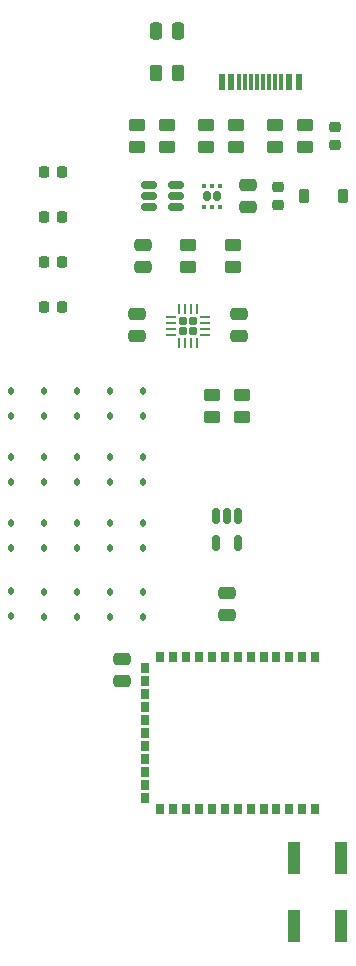
<source format=gbr>
%TF.GenerationSoftware,KiCad,Pcbnew,7.0.7*%
%TF.CreationDate,2023-12-03T19:36:59+01:00*%
%TF.ProjectId,nightliner,6e696768-746c-4696-9e65-722e6b696361,rev?*%
%TF.SameCoordinates,Original*%
%TF.FileFunction,Paste,Top*%
%TF.FilePolarity,Positive*%
%FSLAX46Y46*%
G04 Gerber Fmt 4.6, Leading zero omitted, Abs format (unit mm)*
G04 Created by KiCad (PCBNEW 7.0.7) date 2023-12-03 19:36:59*
%MOMM*%
%LPD*%
G01*
G04 APERTURE LIST*
G04 Aperture macros list*
%AMRoundRect*
0 Rectangle with rounded corners*
0 $1 Rounding radius*
0 $2 $3 $4 $5 $6 $7 $8 $9 X,Y pos of 4 corners*
0 Add a 4 corners polygon primitive as box body*
4,1,4,$2,$3,$4,$5,$6,$7,$8,$9,$2,$3,0*
0 Add four circle primitives for the rounded corners*
1,1,$1+$1,$2,$3*
1,1,$1+$1,$4,$5*
1,1,$1+$1,$6,$7*
1,1,$1+$1,$8,$9*
0 Add four rect primitives between the rounded corners*
20,1,$1+$1,$2,$3,$4,$5,0*
20,1,$1+$1,$4,$5,$6,$7,0*
20,1,$1+$1,$6,$7,$8,$9,0*
20,1,$1+$1,$8,$9,$2,$3,0*%
G04 Aperture macros list end*
%ADD10RoundRect,0.112500X0.112500X-0.187500X0.112500X0.187500X-0.112500X0.187500X-0.112500X-0.187500X0*%
%ADD11RoundRect,0.250000X-0.450000X0.262500X-0.450000X-0.262500X0.450000X-0.262500X0.450000X0.262500X0*%
%ADD12RoundRect,0.218750X-0.218750X-0.256250X0.218750X-0.256250X0.218750X0.256250X-0.218750X0.256250X0*%
%ADD13R,0.600000X1.450000*%
%ADD14R,0.300000X1.450000*%
%ADD15RoundRect,0.250000X0.475000X-0.250000X0.475000X0.250000X-0.475000X0.250000X-0.475000X-0.250000X0*%
%ADD16RoundRect,0.250000X-0.250000X-0.475000X0.250000X-0.475000X0.250000X0.475000X-0.250000X0.475000X0*%
%ADD17R,0.700000X0.900000*%
%ADD18RoundRect,0.160000X-0.160000X0.245000X-0.160000X-0.245000X0.160000X-0.245000X0.160000X0.245000X0*%
%ADD19RoundRect,0.093750X-0.106250X0.093750X-0.106250X-0.093750X0.106250X-0.093750X0.106250X0.093750X0*%
%ADD20R,1.000000X2.800000*%
%ADD21RoundRect,0.225000X-0.250000X0.225000X-0.250000X-0.225000X0.250000X-0.225000X0.250000X0.225000X0*%
%ADD22RoundRect,0.250000X0.450000X-0.262500X0.450000X0.262500X-0.450000X0.262500X-0.450000X-0.262500X0*%
%ADD23RoundRect,0.250000X-0.262500X-0.450000X0.262500X-0.450000X0.262500X0.450000X-0.262500X0.450000X0*%
%ADD24RoundRect,0.225000X0.225000X0.375000X-0.225000X0.375000X-0.225000X-0.375000X0.225000X-0.375000X0*%
%ADD25RoundRect,0.150000X-0.150000X0.512500X-0.150000X-0.512500X0.150000X-0.512500X0.150000X0.512500X0*%
%ADD26RoundRect,0.150000X-0.512500X-0.150000X0.512500X-0.150000X0.512500X0.150000X-0.512500X0.150000X0*%
%ADD27RoundRect,0.250000X-0.475000X0.250000X-0.475000X-0.250000X0.475000X-0.250000X0.475000X0.250000X0*%
%ADD28RoundRect,0.218750X-0.256250X0.218750X-0.256250X-0.218750X0.256250X-0.218750X0.256250X0.218750X0*%
%ADD29RoundRect,0.172500X-0.172500X-0.172500X0.172500X-0.172500X0.172500X0.172500X-0.172500X0.172500X0*%
%ADD30RoundRect,0.062500X-0.375000X-0.062500X0.375000X-0.062500X0.375000X0.062500X-0.375000X0.062500X0*%
%ADD31RoundRect,0.062500X-0.062500X-0.375000X0.062500X-0.375000X0.062500X0.375000X-0.062500X0.375000X0*%
G04 APERTURE END LIST*
D10*
%TO.C,D11*%
X144018000Y-85124000D03*
X144018000Y-83024000D03*
%TD*%
D11*
%TO.C,R6*%
X159004000Y-59539500D03*
X159004000Y-61364500D03*
%TD*%
D10*
%TO.C,D17*%
X146812000Y-90966000D03*
X146812000Y-88866000D03*
%TD*%
D11*
%TO.C,R8*%
X154686000Y-49379500D03*
X154686000Y-51204500D03*
%TD*%
D12*
%TO.C,D24*%
X146786500Y-60960000D03*
X148361500Y-60960000D03*
%TD*%
D13*
%TO.C,J1*%
X168350000Y-45701000D03*
X167550000Y-45701000D03*
D14*
X166350000Y-45701000D03*
X165350000Y-45701000D03*
X164850000Y-45701000D03*
X163850000Y-45701000D03*
D13*
X162650000Y-45701000D03*
X161850000Y-45701000D03*
X161850000Y-45701000D03*
X162650000Y-45701000D03*
D14*
X163350000Y-45701000D03*
X164350000Y-45701000D03*
X165850000Y-45701000D03*
X166850000Y-45701000D03*
D13*
X167550000Y-45701000D03*
X168350000Y-45701000D03*
%TD*%
D10*
%TO.C,D15*%
X155194000Y-85124000D03*
X155194000Y-83024000D03*
%TD*%
%TO.C,D20*%
X155194000Y-90966000D03*
X155194000Y-88866000D03*
%TD*%
%TO.C,D16*%
X144018000Y-90932000D03*
X144018000Y-88832000D03*
%TD*%
D15*
%TO.C,C4*%
X163322000Y-67244000D03*
X163322000Y-65344000D03*
%TD*%
D16*
%TO.C,C1*%
X156276000Y-41402000D03*
X158176000Y-41402000D03*
%TD*%
D17*
%TO.C,U1*%
X169784000Y-94388000D03*
X168684000Y-94388000D03*
X167584000Y-94388000D03*
X166484000Y-94388000D03*
X165384000Y-94388000D03*
X164284000Y-94388000D03*
X163184000Y-94388000D03*
X162084000Y-94388000D03*
X160984000Y-94388000D03*
X159884000Y-94388000D03*
X158784000Y-94388000D03*
X157684000Y-94388000D03*
X156584000Y-94388000D03*
X169784000Y-107288000D03*
X168684000Y-107288000D03*
X167584000Y-107288000D03*
X166484000Y-107288000D03*
X165384000Y-107288000D03*
X164284000Y-107288000D03*
X163184000Y-107288000D03*
X162084000Y-107288000D03*
X160984000Y-107288000D03*
X159884000Y-107288000D03*
X158784000Y-107288000D03*
X157684000Y-107288000D03*
X156584000Y-107288000D03*
X155384000Y-106338000D03*
X155384000Y-105238000D03*
X155384000Y-104138000D03*
X155384000Y-103038000D03*
X155384000Y-101938000D03*
X155384000Y-100838000D03*
X155384000Y-99738000D03*
X155384000Y-98638000D03*
X155384000Y-97538000D03*
X155384000Y-96438000D03*
X155384000Y-95338000D03*
%TD*%
D10*
%TO.C,D5*%
X155194000Y-73948000D03*
X155194000Y-71848000D03*
%TD*%
D18*
%TO.C,U2*%
X161436000Y-55372000D03*
X160636000Y-55372000D03*
D19*
X161686000Y-54484500D03*
X161036000Y-54484500D03*
X160386000Y-54484500D03*
X160386000Y-56259500D03*
X161036000Y-56259500D03*
X161686000Y-56259500D03*
%TD*%
D20*
%TO.C,SW22*%
X171926000Y-111400000D03*
X171926000Y-117200000D03*
X167926000Y-111400000D03*
X167926000Y-117200000D03*
%TD*%
D21*
%TO.C,FB1*%
X166624000Y-54597000D03*
X166624000Y-56147000D03*
%TD*%
D11*
%TO.C,R11*%
X160528000Y-49379500D03*
X160528000Y-51204500D03*
%TD*%
D12*
%TO.C,D21*%
X146786500Y-64770000D03*
X148361500Y-64770000D03*
%TD*%
D22*
%TO.C,R4*%
X163576000Y-74064500D03*
X163576000Y-72239500D03*
%TD*%
D11*
%TO.C,R10*%
X157226000Y-49379500D03*
X157226000Y-51204500D03*
%TD*%
D12*
%TO.C,D23*%
X146786500Y-57150000D03*
X148361500Y-57150000D03*
%TD*%
D15*
%TO.C,C5*%
X154686000Y-67244000D03*
X154686000Y-65344000D03*
%TD*%
D10*
%TO.C,D18*%
X149606000Y-90966000D03*
X149606000Y-88866000D03*
%TD*%
%TO.C,D2*%
X146812000Y-73948000D03*
X146812000Y-71848000D03*
%TD*%
%TO.C,D7*%
X146812000Y-79536000D03*
X146812000Y-77436000D03*
%TD*%
D23*
%TO.C,R3*%
X156313500Y-44958000D03*
X158138500Y-44958000D03*
%TD*%
D24*
%TO.C,D25*%
X172084000Y-55372000D03*
X168784000Y-55372000D03*
%TD*%
D10*
%TO.C,D19*%
X152400000Y-90966000D03*
X152400000Y-88866000D03*
%TD*%
%TO.C,D6*%
X144018000Y-79536000D03*
X144018000Y-77436000D03*
%TD*%
D22*
%TO.C,R5*%
X161036000Y-74064500D03*
X161036000Y-72239500D03*
%TD*%
%TO.C,R7*%
X162814000Y-61364500D03*
X162814000Y-59539500D03*
%TD*%
%TO.C,R1*%
X168910000Y-51204500D03*
X168910000Y-49379500D03*
%TD*%
D25*
%TO.C,U5*%
X163256000Y-82428500D03*
X162306000Y-82428500D03*
X161356000Y-82428500D03*
X161356000Y-84703500D03*
X163256000Y-84703500D03*
%TD*%
D10*
%TO.C,D1*%
X144018000Y-73948000D03*
X144018000Y-71848000D03*
%TD*%
D22*
%TO.C,R9*%
X163068000Y-51204500D03*
X163068000Y-49379500D03*
%TD*%
D10*
%TO.C,D3*%
X149606000Y-73948000D03*
X149606000Y-71848000D03*
%TD*%
D26*
%TO.C,U3*%
X155702000Y-54422000D03*
X155702000Y-55372000D03*
X155702000Y-56322000D03*
X157977000Y-56322000D03*
X157977000Y-55372000D03*
X157977000Y-54422000D03*
%TD*%
D10*
%TO.C,D4*%
X152400000Y-73948000D03*
X152400000Y-71848000D03*
%TD*%
D12*
%TO.C,D22*%
X146786500Y-53340000D03*
X148361500Y-53340000D03*
%TD*%
D10*
%TO.C,D14*%
X152400000Y-85124000D03*
X152400000Y-83024000D03*
%TD*%
D27*
%TO.C,C7*%
X153416000Y-94554000D03*
X153416000Y-96454000D03*
%TD*%
%TO.C,C2*%
X164084000Y-54422000D03*
X164084000Y-56322000D03*
%TD*%
%TO.C,C6*%
X162306000Y-88966000D03*
X162306000Y-90866000D03*
%TD*%
D10*
%TO.C,D9*%
X152400000Y-79536000D03*
X152400000Y-77436000D03*
%TD*%
%TO.C,D8*%
X149606000Y-79536000D03*
X149606000Y-77436000D03*
%TD*%
%TO.C,D10*%
X155194000Y-79536000D03*
X155194000Y-77436000D03*
%TD*%
%TO.C,D13*%
X149606000Y-85124000D03*
X149606000Y-83024000D03*
%TD*%
D28*
%TO.C,F1*%
X171450000Y-49504500D03*
X171450000Y-51079500D03*
%TD*%
D15*
%TO.C,C3*%
X155194000Y-61402000D03*
X155194000Y-59502000D03*
%TD*%
D10*
%TO.C,D12*%
X146812000Y-85124000D03*
X146812000Y-83024000D03*
%TD*%
D22*
%TO.C,R2*%
X166370000Y-51204500D03*
X166370000Y-49379500D03*
%TD*%
D29*
%TO.C,U4*%
X158608000Y-65980500D03*
X158608000Y-66780500D03*
X159408000Y-65980500D03*
X159408000Y-66780500D03*
D30*
X157570500Y-65630500D03*
X157570500Y-66130500D03*
X157570500Y-66630500D03*
X157570500Y-67130500D03*
D31*
X158258000Y-67818000D03*
X158758000Y-67818000D03*
X159258000Y-67818000D03*
X159758000Y-67818000D03*
D30*
X160445500Y-67130500D03*
X160445500Y-66630500D03*
X160445500Y-66130500D03*
X160445500Y-65630500D03*
D31*
X159758000Y-64943000D03*
X159258000Y-64943000D03*
X158758000Y-64943000D03*
X158258000Y-64943000D03*
%TD*%
M02*

</source>
